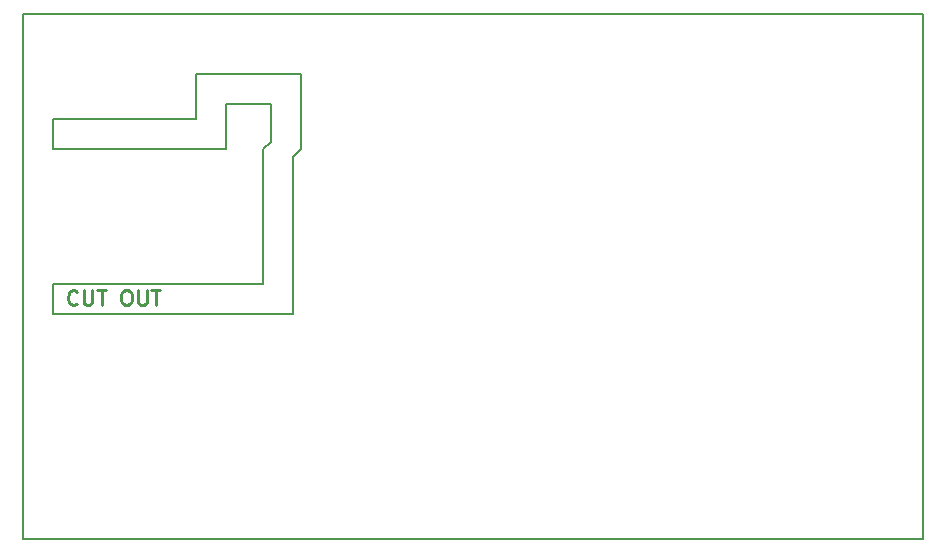
<source format=gbr>
G04 (created by PCBNEW (2013-07-07 BZR 4022)-stable) date 11/5/2013 1:48:53 AM*
%MOIN*%
G04 Gerber Fmt 3.4, Leading zero omitted, Abs format*
%FSLAX34Y34*%
G01*
G70*
G90*
G04 APERTURE LIST*
%ADD10C,0.006*%
%ADD11C,0.005*%
%ADD12C,0.01*%
G04 APERTURE END LIST*
G54D10*
G54D11*
X5750Y15500D02*
X5750Y14000D01*
X6000Y15500D02*
X5750Y15500D01*
G54D12*
X1797Y7845D02*
X1773Y7821D01*
X1702Y7797D01*
X1654Y7797D01*
X1583Y7821D01*
X1535Y7869D01*
X1511Y7916D01*
X1488Y8011D01*
X1488Y8083D01*
X1511Y8178D01*
X1535Y8226D01*
X1583Y8273D01*
X1654Y8297D01*
X1702Y8297D01*
X1773Y8273D01*
X1797Y8250D01*
X2011Y8297D02*
X2011Y7892D01*
X2035Y7845D01*
X2059Y7821D01*
X2107Y7797D01*
X2202Y7797D01*
X2250Y7821D01*
X2273Y7845D01*
X2297Y7892D01*
X2297Y8297D01*
X2464Y8297D02*
X2750Y8297D01*
X2607Y7797D02*
X2607Y8297D01*
X3392Y8297D02*
X3488Y8297D01*
X3535Y8273D01*
X3583Y8226D01*
X3607Y8130D01*
X3607Y7964D01*
X3583Y7869D01*
X3535Y7821D01*
X3488Y7797D01*
X3392Y7797D01*
X3345Y7821D01*
X3297Y7869D01*
X3273Y7964D01*
X3273Y8130D01*
X3297Y8226D01*
X3345Y8273D01*
X3392Y8297D01*
X3821Y8297D02*
X3821Y7892D01*
X3845Y7845D01*
X3869Y7821D01*
X3916Y7797D01*
X4011Y7797D01*
X4059Y7821D01*
X4083Y7845D01*
X4107Y7892D01*
X4107Y8297D01*
X4273Y8297D02*
X4559Y8297D01*
X4416Y7797D02*
X4416Y8297D01*
G54D11*
X9250Y13000D02*
X9250Y13250D01*
X9000Y12750D02*
X9250Y13000D01*
X9250Y15500D02*
X6000Y15500D01*
X9250Y15250D02*
X9250Y15500D01*
X9250Y13250D02*
X9250Y15250D01*
X8250Y13250D02*
X8000Y13000D01*
X8250Y14500D02*
X8250Y13250D01*
X6750Y13000D02*
X6750Y13250D01*
X1000Y13000D02*
X6750Y13000D01*
X1000Y13250D02*
X1000Y13000D01*
X8000Y8500D02*
X8000Y13000D01*
X1000Y8500D02*
X8000Y8500D01*
X1000Y8250D02*
X1000Y8500D01*
X6750Y14500D02*
X8250Y14500D01*
X6750Y13250D02*
X6750Y14500D01*
X9000Y12000D02*
X9000Y12750D01*
X9000Y12000D02*
X9000Y7500D01*
X1000Y14000D02*
X1000Y13250D01*
X5750Y14000D02*
X1000Y14000D01*
X1000Y7500D02*
X1000Y8250D01*
X9000Y7500D02*
X1000Y7500D01*
X30000Y0D02*
X0Y0D01*
X30000Y17500D02*
X0Y17500D01*
X0Y0D02*
X0Y17500D01*
X30000Y0D02*
X30000Y17500D01*
M02*

</source>
